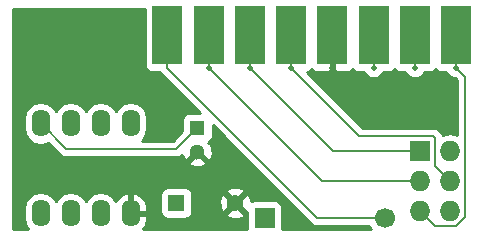
<source format=gbr>
G04 #@! TF.FileFunction,Copper,L1,Top,Signal*
%FSLAX46Y46*%
G04 Gerber Fmt 4.6, Leading zero omitted, Abs format (unit mm)*
G04 Created by KiCad (PCBNEW 4.0.2-1.fc23-product) date Sat 17 Mar 2018 10:09:07 PM EDT*
%MOMM*%
G01*
G04 APERTURE LIST*
%ADD10C,0.100000*%
%ADD11R,2.500000X5.000000*%
%ADD12R,1.400000X1.400000*%
%ADD13C,1.400000*%
%ADD14R,1.300000X1.300000*%
%ADD15C,1.300000*%
%ADD16C,1.699260*%
%ADD17R,1.699260X1.699260*%
%ADD18O,1.600000X2.300000*%
%ADD19R,1.727200X1.727200*%
%ADD20O,1.727200X1.727200*%
%ADD21C,0.508000*%
%ADD22C,0.152400*%
%ADD23C,0.254000*%
G04 APERTURE END LIST*
D10*
D11*
X156210000Y-52895500D03*
X159702500Y-52895500D03*
D12*
X139509500Y-67119500D03*
D13*
X144509500Y-67119500D03*
D14*
X141287500Y-60769500D03*
D15*
X141287500Y-62769500D03*
D16*
X157163020Y-68386960D03*
D17*
X147003020Y-68386960D03*
D18*
X128016000Y-68008500D03*
X130556000Y-68008500D03*
X133096000Y-68008500D03*
X135636000Y-68008500D03*
X135636000Y-60388500D03*
X133096000Y-60388500D03*
X130556000Y-60388500D03*
X128016000Y-60388500D03*
D19*
X160147000Y-62738000D03*
D20*
X162687000Y-62738000D03*
X160147000Y-65278000D03*
X162687000Y-65278000D03*
X160147000Y-67818000D03*
X162687000Y-67818000D03*
D11*
X163195000Y-52895500D03*
X152717500Y-52895500D03*
X149225000Y-52895500D03*
X145732500Y-52895500D03*
X142240000Y-52895500D03*
X138747500Y-52895500D03*
D21*
X152717500Y-55689500D03*
X163195000Y-55689500D03*
X159702500Y-55689500D03*
X156210000Y-55689500D03*
X149225000Y-55689500D03*
X145732500Y-55689500D03*
X142240000Y-55689500D03*
D22*
X141287500Y-60769500D02*
X139509500Y-62547500D01*
X130175000Y-62547500D02*
X128016000Y-60388500D01*
X139509500Y-62547500D02*
X130175000Y-62547500D01*
X152717500Y-52895500D02*
X152717500Y-55689500D01*
X157163020Y-68386960D02*
X151444960Y-68386960D01*
X138747500Y-55689500D02*
X138747500Y-52895500D01*
X151444960Y-68386960D02*
X138747500Y-55689500D01*
X160147000Y-67818000D02*
X161417000Y-69088000D01*
X163957000Y-56451500D02*
X163195000Y-55689500D01*
X163957000Y-68326000D02*
X163957000Y-56451500D01*
X163195000Y-69088000D02*
X163957000Y-68326000D01*
X161417000Y-69088000D02*
X163195000Y-69088000D01*
X163195000Y-55689500D02*
X163195000Y-52895500D01*
X159702500Y-55689500D02*
X159702500Y-52895500D01*
X156210000Y-55689500D02*
X156210000Y-52895500D01*
X162687000Y-65278000D02*
X161417000Y-64008000D01*
X155003500Y-61468000D02*
X149225000Y-55689500D01*
X161226500Y-61468000D02*
X155003500Y-61468000D01*
X161417000Y-61658500D02*
X161226500Y-61468000D01*
X161417000Y-64008000D02*
X161417000Y-61658500D01*
X149225000Y-55689500D02*
X149225000Y-52895500D01*
X160147000Y-62738000D02*
X152781000Y-62738000D01*
X152781000Y-62738000D02*
X145732500Y-55689500D01*
X145732500Y-55689500D02*
X145732500Y-52895500D01*
X160147000Y-65278000D02*
X151828500Y-65278000D01*
X151828500Y-65278000D02*
X142240000Y-55689500D01*
X142240000Y-55689500D02*
X142240000Y-52895500D01*
D23*
G36*
X136850060Y-55395500D02*
X136894338Y-55630817D01*
X137033410Y-55846941D01*
X137245610Y-55991931D01*
X137497500Y-56042940D01*
X138144744Y-56042940D01*
X138244606Y-56192394D01*
X141524272Y-59472060D01*
X140637500Y-59472060D01*
X140402183Y-59516338D01*
X140186059Y-59655410D01*
X140041069Y-59867610D01*
X139990060Y-60119500D01*
X139990060Y-61061151D01*
X139214912Y-61836300D01*
X136578663Y-61836300D01*
X136650698Y-61788168D01*
X136961767Y-61322621D01*
X137071000Y-60773470D01*
X137071000Y-60003530D01*
X136961767Y-59454379D01*
X136650698Y-58988832D01*
X136185151Y-58677763D01*
X135636000Y-58568530D01*
X135086849Y-58677763D01*
X134621302Y-58988832D01*
X134366000Y-59370918D01*
X134110698Y-58988832D01*
X133645151Y-58677763D01*
X133096000Y-58568530D01*
X132546849Y-58677763D01*
X132081302Y-58988832D01*
X131826000Y-59370918D01*
X131570698Y-58988832D01*
X131105151Y-58677763D01*
X130556000Y-58568530D01*
X130006849Y-58677763D01*
X129541302Y-58988832D01*
X129286000Y-59370918D01*
X129030698Y-58988832D01*
X128565151Y-58677763D01*
X128016000Y-58568530D01*
X127466849Y-58677763D01*
X127001302Y-58988832D01*
X126690233Y-59454379D01*
X126581000Y-60003530D01*
X126581000Y-60773470D01*
X126690233Y-61322621D01*
X127001302Y-61788168D01*
X127466849Y-62099237D01*
X128016000Y-62208470D01*
X128565151Y-62099237D01*
X128658545Y-62036833D01*
X129672106Y-63050394D01*
X129902835Y-63204563D01*
X129947990Y-63213545D01*
X130175000Y-63258700D01*
X139509500Y-63258700D01*
X139781665Y-63204563D01*
X140012394Y-63050394D01*
X140016377Y-63046411D01*
X140019417Y-63098928D01*
X140157889Y-63433229D01*
X140388484Y-63488910D01*
X141107895Y-62769500D01*
X141093752Y-62755358D01*
X141273358Y-62575752D01*
X141287500Y-62589895D01*
X141301642Y-62575752D01*
X141481248Y-62755358D01*
X141467105Y-62769500D01*
X142186516Y-63488910D01*
X142417111Y-63433229D01*
X142585122Y-62950422D01*
X142555583Y-62440072D01*
X142417111Y-62105771D01*
X142186518Y-62050090D01*
X142288180Y-61948428D01*
X142388941Y-61883590D01*
X142533931Y-61671390D01*
X142584940Y-61419500D01*
X142584940Y-60532728D01*
X150942066Y-68889854D01*
X151172795Y-69044023D01*
X151217950Y-69053005D01*
X151444960Y-69098160D01*
X155850510Y-69098160D01*
X155903678Y-69226837D01*
X155991687Y-69315000D01*
X148484212Y-69315000D01*
X148500090Y-69236590D01*
X148500090Y-67537330D01*
X148455812Y-67302013D01*
X148316740Y-67085889D01*
X148104540Y-66940899D01*
X147852650Y-66889890D01*
X146153390Y-66889890D01*
X145918073Y-66934168D01*
X145839165Y-66984944D01*
X145828164Y-66782060D01*
X145680542Y-66425669D01*
X145444775Y-66363831D01*
X144689105Y-67119500D01*
X145444775Y-67875169D01*
X145505950Y-67859124D01*
X145505950Y-69236590D01*
X145520704Y-69315000D01*
X136679923Y-69315000D01*
X136913166Y-69024983D01*
X137071000Y-68485500D01*
X137071000Y-68135500D01*
X135763000Y-68135500D01*
X135763000Y-68155500D01*
X135509000Y-68155500D01*
X135509000Y-68135500D01*
X135489000Y-68135500D01*
X135489000Y-67881500D01*
X135509000Y-67881500D01*
X135509000Y-66388585D01*
X135763000Y-66388585D01*
X135763000Y-67881500D01*
X137071000Y-67881500D01*
X137071000Y-67531500D01*
X136913166Y-66992017D01*
X136560896Y-66554000D01*
X136315150Y-66419500D01*
X138162060Y-66419500D01*
X138162060Y-67819500D01*
X138206338Y-68054817D01*
X138345410Y-68270941D01*
X138557610Y-68415931D01*
X138809500Y-68466940D01*
X140209500Y-68466940D01*
X140444817Y-68422662D01*
X140660941Y-68283590D01*
X140805931Y-68071390D01*
X140809295Y-68054775D01*
X143753831Y-68054775D01*
X143815669Y-68290542D01*
X144316622Y-68466919D01*
X144846940Y-68438164D01*
X145203331Y-68290542D01*
X145265169Y-68054775D01*
X144509500Y-67299105D01*
X143753831Y-68054775D01*
X140809295Y-68054775D01*
X140856940Y-67819500D01*
X140856940Y-66926622D01*
X143162081Y-66926622D01*
X143190836Y-67456940D01*
X143338458Y-67813331D01*
X143574225Y-67875169D01*
X144329895Y-67119500D01*
X143574225Y-66363831D01*
X143338458Y-66425669D01*
X143162081Y-66926622D01*
X140856940Y-66926622D01*
X140856940Y-66419500D01*
X140812670Y-66184225D01*
X143753831Y-66184225D01*
X144509500Y-66939895D01*
X145265169Y-66184225D01*
X145203331Y-65948458D01*
X144702378Y-65772081D01*
X144172060Y-65800836D01*
X143815669Y-65948458D01*
X143753831Y-66184225D01*
X140812670Y-66184225D01*
X140812662Y-66184183D01*
X140673590Y-65968059D01*
X140461390Y-65823069D01*
X140209500Y-65772060D01*
X138809500Y-65772060D01*
X138574183Y-65816338D01*
X138358059Y-65955410D01*
X138213069Y-66167610D01*
X138162060Y-66419500D01*
X136315150Y-66419500D01*
X136067819Y-66284133D01*
X135985039Y-66266596D01*
X135763000Y-66388585D01*
X135509000Y-66388585D01*
X135286961Y-66266596D01*
X135204181Y-66284133D01*
X134711104Y-66554000D01*
X134363149Y-66986651D01*
X134110698Y-66608832D01*
X133645151Y-66297763D01*
X133096000Y-66188530D01*
X132546849Y-66297763D01*
X132081302Y-66608832D01*
X131826000Y-66990918D01*
X131570698Y-66608832D01*
X131105151Y-66297763D01*
X130556000Y-66188530D01*
X130006849Y-66297763D01*
X129541302Y-66608832D01*
X129286000Y-66990918D01*
X129030698Y-66608832D01*
X128565151Y-66297763D01*
X128016000Y-66188530D01*
X127466849Y-66297763D01*
X127001302Y-66608832D01*
X126690233Y-67074379D01*
X126581000Y-67623530D01*
X126581000Y-68393470D01*
X126690233Y-68942621D01*
X126939049Y-69315000D01*
X125685000Y-69315000D01*
X125685000Y-63668516D01*
X140568090Y-63668516D01*
X140623771Y-63899111D01*
X141106578Y-64067122D01*
X141616928Y-64037583D01*
X141951229Y-63899111D01*
X142006910Y-63668516D01*
X141287500Y-62949105D01*
X140568090Y-63668516D01*
X125685000Y-63668516D01*
X125685000Y-50685000D01*
X136850060Y-50685000D01*
X136850060Y-55395500D01*
X136850060Y-55395500D01*
G37*
X136850060Y-55395500D02*
X136894338Y-55630817D01*
X137033410Y-55846941D01*
X137245610Y-55991931D01*
X137497500Y-56042940D01*
X138144744Y-56042940D01*
X138244606Y-56192394D01*
X141524272Y-59472060D01*
X140637500Y-59472060D01*
X140402183Y-59516338D01*
X140186059Y-59655410D01*
X140041069Y-59867610D01*
X139990060Y-60119500D01*
X139990060Y-61061151D01*
X139214912Y-61836300D01*
X136578663Y-61836300D01*
X136650698Y-61788168D01*
X136961767Y-61322621D01*
X137071000Y-60773470D01*
X137071000Y-60003530D01*
X136961767Y-59454379D01*
X136650698Y-58988832D01*
X136185151Y-58677763D01*
X135636000Y-58568530D01*
X135086849Y-58677763D01*
X134621302Y-58988832D01*
X134366000Y-59370918D01*
X134110698Y-58988832D01*
X133645151Y-58677763D01*
X133096000Y-58568530D01*
X132546849Y-58677763D01*
X132081302Y-58988832D01*
X131826000Y-59370918D01*
X131570698Y-58988832D01*
X131105151Y-58677763D01*
X130556000Y-58568530D01*
X130006849Y-58677763D01*
X129541302Y-58988832D01*
X129286000Y-59370918D01*
X129030698Y-58988832D01*
X128565151Y-58677763D01*
X128016000Y-58568530D01*
X127466849Y-58677763D01*
X127001302Y-58988832D01*
X126690233Y-59454379D01*
X126581000Y-60003530D01*
X126581000Y-60773470D01*
X126690233Y-61322621D01*
X127001302Y-61788168D01*
X127466849Y-62099237D01*
X128016000Y-62208470D01*
X128565151Y-62099237D01*
X128658545Y-62036833D01*
X129672106Y-63050394D01*
X129902835Y-63204563D01*
X129947990Y-63213545D01*
X130175000Y-63258700D01*
X139509500Y-63258700D01*
X139781665Y-63204563D01*
X140012394Y-63050394D01*
X140016377Y-63046411D01*
X140019417Y-63098928D01*
X140157889Y-63433229D01*
X140388484Y-63488910D01*
X141107895Y-62769500D01*
X141093752Y-62755358D01*
X141273358Y-62575752D01*
X141287500Y-62589895D01*
X141301642Y-62575752D01*
X141481248Y-62755358D01*
X141467105Y-62769500D01*
X142186516Y-63488910D01*
X142417111Y-63433229D01*
X142585122Y-62950422D01*
X142555583Y-62440072D01*
X142417111Y-62105771D01*
X142186518Y-62050090D01*
X142288180Y-61948428D01*
X142388941Y-61883590D01*
X142533931Y-61671390D01*
X142584940Y-61419500D01*
X142584940Y-60532728D01*
X150942066Y-68889854D01*
X151172795Y-69044023D01*
X151217950Y-69053005D01*
X151444960Y-69098160D01*
X155850510Y-69098160D01*
X155903678Y-69226837D01*
X155991687Y-69315000D01*
X148484212Y-69315000D01*
X148500090Y-69236590D01*
X148500090Y-67537330D01*
X148455812Y-67302013D01*
X148316740Y-67085889D01*
X148104540Y-66940899D01*
X147852650Y-66889890D01*
X146153390Y-66889890D01*
X145918073Y-66934168D01*
X145839165Y-66984944D01*
X145828164Y-66782060D01*
X145680542Y-66425669D01*
X145444775Y-66363831D01*
X144689105Y-67119500D01*
X145444775Y-67875169D01*
X145505950Y-67859124D01*
X145505950Y-69236590D01*
X145520704Y-69315000D01*
X136679923Y-69315000D01*
X136913166Y-69024983D01*
X137071000Y-68485500D01*
X137071000Y-68135500D01*
X135763000Y-68135500D01*
X135763000Y-68155500D01*
X135509000Y-68155500D01*
X135509000Y-68135500D01*
X135489000Y-68135500D01*
X135489000Y-67881500D01*
X135509000Y-67881500D01*
X135509000Y-66388585D01*
X135763000Y-66388585D01*
X135763000Y-67881500D01*
X137071000Y-67881500D01*
X137071000Y-67531500D01*
X136913166Y-66992017D01*
X136560896Y-66554000D01*
X136315150Y-66419500D01*
X138162060Y-66419500D01*
X138162060Y-67819500D01*
X138206338Y-68054817D01*
X138345410Y-68270941D01*
X138557610Y-68415931D01*
X138809500Y-68466940D01*
X140209500Y-68466940D01*
X140444817Y-68422662D01*
X140660941Y-68283590D01*
X140805931Y-68071390D01*
X140809295Y-68054775D01*
X143753831Y-68054775D01*
X143815669Y-68290542D01*
X144316622Y-68466919D01*
X144846940Y-68438164D01*
X145203331Y-68290542D01*
X145265169Y-68054775D01*
X144509500Y-67299105D01*
X143753831Y-68054775D01*
X140809295Y-68054775D01*
X140856940Y-67819500D01*
X140856940Y-66926622D01*
X143162081Y-66926622D01*
X143190836Y-67456940D01*
X143338458Y-67813331D01*
X143574225Y-67875169D01*
X144329895Y-67119500D01*
X143574225Y-66363831D01*
X143338458Y-66425669D01*
X143162081Y-66926622D01*
X140856940Y-66926622D01*
X140856940Y-66419500D01*
X140812670Y-66184225D01*
X143753831Y-66184225D01*
X144509500Y-66939895D01*
X145265169Y-66184225D01*
X145203331Y-65948458D01*
X144702378Y-65772081D01*
X144172060Y-65800836D01*
X143815669Y-65948458D01*
X143753831Y-66184225D01*
X140812670Y-66184225D01*
X140812662Y-66184183D01*
X140673590Y-65968059D01*
X140461390Y-65823069D01*
X140209500Y-65772060D01*
X138809500Y-65772060D01*
X138574183Y-65816338D01*
X138358059Y-65955410D01*
X138213069Y-66167610D01*
X138162060Y-66419500D01*
X136315150Y-66419500D01*
X136067819Y-66284133D01*
X135985039Y-66266596D01*
X135763000Y-66388585D01*
X135509000Y-66388585D01*
X135286961Y-66266596D01*
X135204181Y-66284133D01*
X134711104Y-66554000D01*
X134363149Y-66986651D01*
X134110698Y-66608832D01*
X133645151Y-66297763D01*
X133096000Y-66188530D01*
X132546849Y-66297763D01*
X132081302Y-66608832D01*
X131826000Y-66990918D01*
X131570698Y-66608832D01*
X131105151Y-66297763D01*
X130556000Y-66188530D01*
X130006849Y-66297763D01*
X129541302Y-66608832D01*
X129286000Y-66990918D01*
X129030698Y-66608832D01*
X128565151Y-66297763D01*
X128016000Y-66188530D01*
X127466849Y-66297763D01*
X127001302Y-66608832D01*
X126690233Y-67074379D01*
X126581000Y-67623530D01*
X126581000Y-68393470D01*
X126690233Y-68942621D01*
X126939049Y-69315000D01*
X125685000Y-69315000D01*
X125685000Y-63668516D01*
X140568090Y-63668516D01*
X140623771Y-63899111D01*
X141106578Y-64067122D01*
X141616928Y-64037583D01*
X141951229Y-63899111D01*
X142006910Y-63668516D01*
X141287500Y-62949105D01*
X140568090Y-63668516D01*
X125685000Y-63668516D01*
X125685000Y-50685000D01*
X136850060Y-50685000D01*
X136850060Y-55395500D01*
G36*
X162814000Y-67691000D02*
X162834000Y-67691000D01*
X162834000Y-67945000D01*
X162814000Y-67945000D01*
X162814000Y-67965000D01*
X162560000Y-67965000D01*
X162560000Y-67945000D01*
X162540000Y-67945000D01*
X162540000Y-67691000D01*
X162560000Y-67691000D01*
X162560000Y-67671000D01*
X162814000Y-67671000D01*
X162814000Y-67691000D01*
X162814000Y-67691000D01*
G37*
X162814000Y-67691000D02*
X162834000Y-67691000D01*
X162834000Y-67945000D01*
X162814000Y-67945000D01*
X162814000Y-67965000D01*
X162560000Y-67965000D01*
X162560000Y-67945000D01*
X162540000Y-67945000D01*
X162540000Y-67691000D01*
X162560000Y-67691000D01*
X162560000Y-67671000D01*
X162814000Y-67671000D01*
X162814000Y-67691000D01*
G36*
X152844500Y-52768500D02*
X152864500Y-52768500D01*
X152864500Y-53022500D01*
X152844500Y-53022500D01*
X152844500Y-55871750D01*
X153003250Y-56030500D01*
X154093809Y-56030500D01*
X154327198Y-55933827D01*
X154463872Y-55797153D01*
X154495910Y-55846941D01*
X154708110Y-55991931D01*
X154960000Y-56042940D01*
X155394139Y-56042940D01*
X155455903Y-56192420D01*
X155705764Y-56442718D01*
X156032391Y-56578346D01*
X156386057Y-56578654D01*
X156712920Y-56443597D01*
X156963218Y-56193736D01*
X157025834Y-56042940D01*
X157460000Y-56042940D01*
X157695317Y-55998662D01*
X157911441Y-55859590D01*
X157955271Y-55795442D01*
X157988410Y-55846941D01*
X158200610Y-55991931D01*
X158452500Y-56042940D01*
X158886639Y-56042940D01*
X158948403Y-56192420D01*
X159198264Y-56442718D01*
X159524891Y-56578346D01*
X159878557Y-56578654D01*
X160205420Y-56443597D01*
X160455718Y-56193736D01*
X160518334Y-56042940D01*
X160952500Y-56042940D01*
X161187817Y-55998662D01*
X161403941Y-55859590D01*
X161447771Y-55795442D01*
X161480910Y-55846941D01*
X161693110Y-55991931D01*
X161945000Y-56042940D01*
X162379139Y-56042940D01*
X162440903Y-56192420D01*
X162690764Y-56442718D01*
X163017391Y-56578346D01*
X163078110Y-56578399D01*
X163245800Y-56746089D01*
X163245800Y-61344712D01*
X162716359Y-61239400D01*
X162657641Y-61239400D01*
X162084152Y-61353474D01*
X162061997Y-61368278D01*
X162031490Y-61322621D01*
X161919895Y-61155606D01*
X161729394Y-60965106D01*
X161498665Y-60810937D01*
X161226500Y-60756800D01*
X155298088Y-60756800D01*
X150566930Y-56025642D01*
X150710317Y-55998662D01*
X150926441Y-55859590D01*
X150969924Y-55795950D01*
X151107802Y-55933827D01*
X151341191Y-56030500D01*
X152431750Y-56030500D01*
X152590500Y-55871750D01*
X152590500Y-53022500D01*
X152570500Y-53022500D01*
X152570500Y-52768500D01*
X152590500Y-52768500D01*
X152590500Y-52748500D01*
X152844500Y-52748500D01*
X152844500Y-52768500D01*
X152844500Y-52768500D01*
G37*
X152844500Y-52768500D02*
X152864500Y-52768500D01*
X152864500Y-53022500D01*
X152844500Y-53022500D01*
X152844500Y-55871750D01*
X153003250Y-56030500D01*
X154093809Y-56030500D01*
X154327198Y-55933827D01*
X154463872Y-55797153D01*
X154495910Y-55846941D01*
X154708110Y-55991931D01*
X154960000Y-56042940D01*
X155394139Y-56042940D01*
X155455903Y-56192420D01*
X155705764Y-56442718D01*
X156032391Y-56578346D01*
X156386057Y-56578654D01*
X156712920Y-56443597D01*
X156963218Y-56193736D01*
X157025834Y-56042940D01*
X157460000Y-56042940D01*
X157695317Y-55998662D01*
X157911441Y-55859590D01*
X157955271Y-55795442D01*
X157988410Y-55846941D01*
X158200610Y-55991931D01*
X158452500Y-56042940D01*
X158886639Y-56042940D01*
X158948403Y-56192420D01*
X159198264Y-56442718D01*
X159524891Y-56578346D01*
X159878557Y-56578654D01*
X160205420Y-56443597D01*
X160455718Y-56193736D01*
X160518334Y-56042940D01*
X160952500Y-56042940D01*
X161187817Y-55998662D01*
X161403941Y-55859590D01*
X161447771Y-55795442D01*
X161480910Y-55846941D01*
X161693110Y-55991931D01*
X161945000Y-56042940D01*
X162379139Y-56042940D01*
X162440903Y-56192420D01*
X162690764Y-56442718D01*
X163017391Y-56578346D01*
X163078110Y-56578399D01*
X163245800Y-56746089D01*
X163245800Y-61344712D01*
X162716359Y-61239400D01*
X162657641Y-61239400D01*
X162084152Y-61353474D01*
X162061997Y-61368278D01*
X162031490Y-61322621D01*
X161919895Y-61155606D01*
X161729394Y-60965106D01*
X161498665Y-60810937D01*
X161226500Y-60756800D01*
X155298088Y-60756800D01*
X150566930Y-56025642D01*
X150710317Y-55998662D01*
X150926441Y-55859590D01*
X150969924Y-55795950D01*
X151107802Y-55933827D01*
X151341191Y-56030500D01*
X152431750Y-56030500D01*
X152590500Y-55871750D01*
X152590500Y-53022500D01*
X152570500Y-53022500D01*
X152570500Y-52768500D01*
X152590500Y-52768500D01*
X152590500Y-52748500D01*
X152844500Y-52748500D01*
X152844500Y-52768500D01*
M02*

</source>
